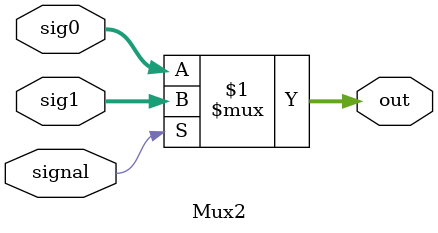
<source format=v>
module Mux2(signal, 
sig1, 
sig0, 
out
);
input signal;
input [31:0] sig1, sig0;
output [31:0] out;

assign out = (signal)? sig1 : sig0 ;

endmodule

</source>
